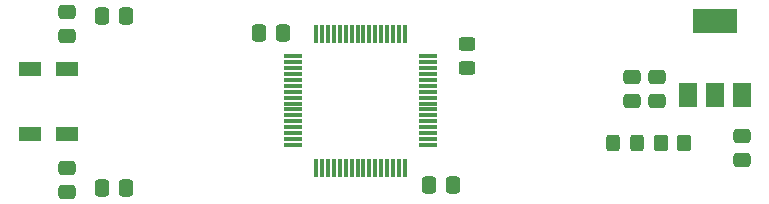
<source format=gbr>
%TF.GenerationSoftware,KiCad,Pcbnew,7.0.9*%
%TF.CreationDate,2024-02-20T11:35:56-03:00*%
%TF.ProjectId,CPU Stm32G431,43505520-5374-46d3-9332-473433312e6b,rev?*%
%TF.SameCoordinates,Original*%
%TF.FileFunction,Paste,Top*%
%TF.FilePolarity,Positive*%
%FSLAX46Y46*%
G04 Gerber Fmt 4.6, Leading zero omitted, Abs format (unit mm)*
G04 Created by KiCad (PCBNEW 7.0.9) date 2024-02-20 11:35:56*
%MOMM*%
%LPD*%
G01*
G04 APERTURE LIST*
G04 Aperture macros list*
%AMRoundRect*
0 Rectangle with rounded corners*
0 $1 Rounding radius*
0 $2 $3 $4 $5 $6 $7 $8 $9 X,Y pos of 4 corners*
0 Add a 4 corners polygon primitive as box body*
4,1,4,$2,$3,$4,$5,$6,$7,$8,$9,$2,$3,0*
0 Add four circle primitives for the rounded corners*
1,1,$1+$1,$2,$3*
1,1,$1+$1,$4,$5*
1,1,$1+$1,$6,$7*
1,1,$1+$1,$8,$9*
0 Add four rect primitives between the rounded corners*
20,1,$1+$1,$2,$3,$4,$5,0*
20,1,$1+$1,$4,$5,$6,$7,0*
20,1,$1+$1,$6,$7,$8,$9,0*
20,1,$1+$1,$8,$9,$2,$3,0*%
G04 Aperture macros list end*
%ADD10RoundRect,0.250000X0.475000X-0.337500X0.475000X0.337500X-0.475000X0.337500X-0.475000X-0.337500X0*%
%ADD11RoundRect,0.250000X-0.337500X-0.475000X0.337500X-0.475000X0.337500X0.475000X-0.337500X0.475000X0*%
%ADD12R,1.900000X1.300000*%
%ADD13RoundRect,0.250000X0.450000X-0.325000X0.450000X0.325000X-0.450000X0.325000X-0.450000X-0.325000X0*%
%ADD14RoundRect,0.250000X-0.325000X-0.450000X0.325000X-0.450000X0.325000X0.450000X-0.325000X0.450000X0*%
%ADD15RoundRect,0.250000X0.337500X0.475000X-0.337500X0.475000X-0.337500X-0.475000X0.337500X-0.475000X0*%
%ADD16RoundRect,0.250000X-0.475000X0.337500X-0.475000X-0.337500X0.475000X-0.337500X0.475000X0.337500X0*%
%ADD17R,1.500000X2.000000*%
%ADD18R,3.800000X2.000000*%
%ADD19RoundRect,0.250000X0.350000X0.450000X-0.350000X0.450000X-0.350000X-0.450000X0.350000X-0.450000X0*%
%ADD20RoundRect,0.075000X0.075000X-0.700000X0.075000X0.700000X-0.075000X0.700000X-0.075000X-0.700000X0*%
%ADD21RoundRect,0.075000X0.700000X-0.075000X0.700000X0.075000X-0.700000X0.075000X-0.700000X-0.075000X0*%
G04 APERTURE END LIST*
D10*
%TO.C,C8*%
X171580000Y-104357500D03*
X171580000Y-102282500D03*
%TD*%
D11*
%TO.C,C2*%
X126642500Y-97120000D03*
X128717500Y-97120000D03*
%TD*%
%TO.C,C10*%
X139942500Y-98620000D03*
X142017500Y-98620000D03*
%TD*%
D12*
%TO.C,Y2*%
X123740000Y-107160000D03*
X123740000Y-101660000D03*
X120540000Y-101660000D03*
X120540000Y-107160000D03*
%TD*%
D13*
%TO.C,D3*%
X157580000Y-101545000D03*
X157580000Y-99495000D03*
%TD*%
D14*
%TO.C,D4*%
X169955000Y-107920000D03*
X172005000Y-107920000D03*
%TD*%
D10*
%TO.C,C3*%
X123680000Y-112057500D03*
X123680000Y-109982500D03*
%TD*%
D15*
%TO.C,C14*%
X156417500Y-111420000D03*
X154342500Y-111420000D03*
%TD*%
D16*
%TO.C,C4*%
X123680000Y-96782500D03*
X123680000Y-98857500D03*
%TD*%
D10*
%TO.C,C7*%
X173680000Y-104357500D03*
X173680000Y-102282500D03*
%TD*%
%TO.C,C6*%
X180870000Y-109357500D03*
X180870000Y-107282500D03*
%TD*%
D17*
%TO.C,U1*%
X176280000Y-103870000D03*
X178580000Y-103870000D03*
D18*
X178580000Y-97570000D03*
D17*
X180880000Y-103870000D03*
%TD*%
D19*
%TO.C,R3*%
X175980000Y-107920000D03*
X173980000Y-107920000D03*
%TD*%
D20*
%TO.C,U2*%
X144810000Y-109975000D03*
X145310000Y-109975000D03*
X145810000Y-109975000D03*
X146310000Y-109975000D03*
X146810000Y-109975000D03*
X147310000Y-109975000D03*
X147810000Y-109975000D03*
X148310000Y-109975000D03*
X148810000Y-109975000D03*
X149310000Y-109975000D03*
X149810000Y-109975000D03*
X150310000Y-109975000D03*
X150810000Y-109975000D03*
X151310000Y-109975000D03*
X151810000Y-109975000D03*
X152310000Y-109975000D03*
D21*
X154235000Y-108050000D03*
X154235000Y-107550000D03*
X154235000Y-107050000D03*
X154235000Y-106550000D03*
X154235000Y-106050000D03*
X154235000Y-105550000D03*
X154235000Y-105050000D03*
X154235000Y-104550000D03*
X154235000Y-104050000D03*
X154235000Y-103550000D03*
X154235000Y-103050000D03*
X154235000Y-102550000D03*
X154235000Y-102050000D03*
X154235000Y-101550000D03*
X154235000Y-101050000D03*
X154235000Y-100550000D03*
D20*
X152310000Y-98625000D03*
X151810000Y-98625000D03*
X151310000Y-98625000D03*
X150810000Y-98625000D03*
X150310000Y-98625000D03*
X149810000Y-98625000D03*
X149310000Y-98625000D03*
X148810000Y-98625000D03*
X148310000Y-98625000D03*
X147810000Y-98625000D03*
X147310000Y-98625000D03*
X146810000Y-98625000D03*
X146310000Y-98625000D03*
X145810000Y-98625000D03*
X145310000Y-98625000D03*
X144810000Y-98625000D03*
D21*
X142885000Y-100550000D03*
X142885000Y-101050000D03*
X142885000Y-101550000D03*
X142885000Y-102050000D03*
X142885000Y-102550000D03*
X142885000Y-103050000D03*
X142885000Y-103550000D03*
X142885000Y-104050000D03*
X142885000Y-104550000D03*
X142885000Y-105050000D03*
X142885000Y-105550000D03*
X142885000Y-106050000D03*
X142885000Y-106550000D03*
X142885000Y-107050000D03*
X142885000Y-107550000D03*
X142885000Y-108050000D03*
%TD*%
D11*
%TO.C,C1*%
X126642500Y-111720000D03*
X128717500Y-111720000D03*
%TD*%
M02*

</source>
